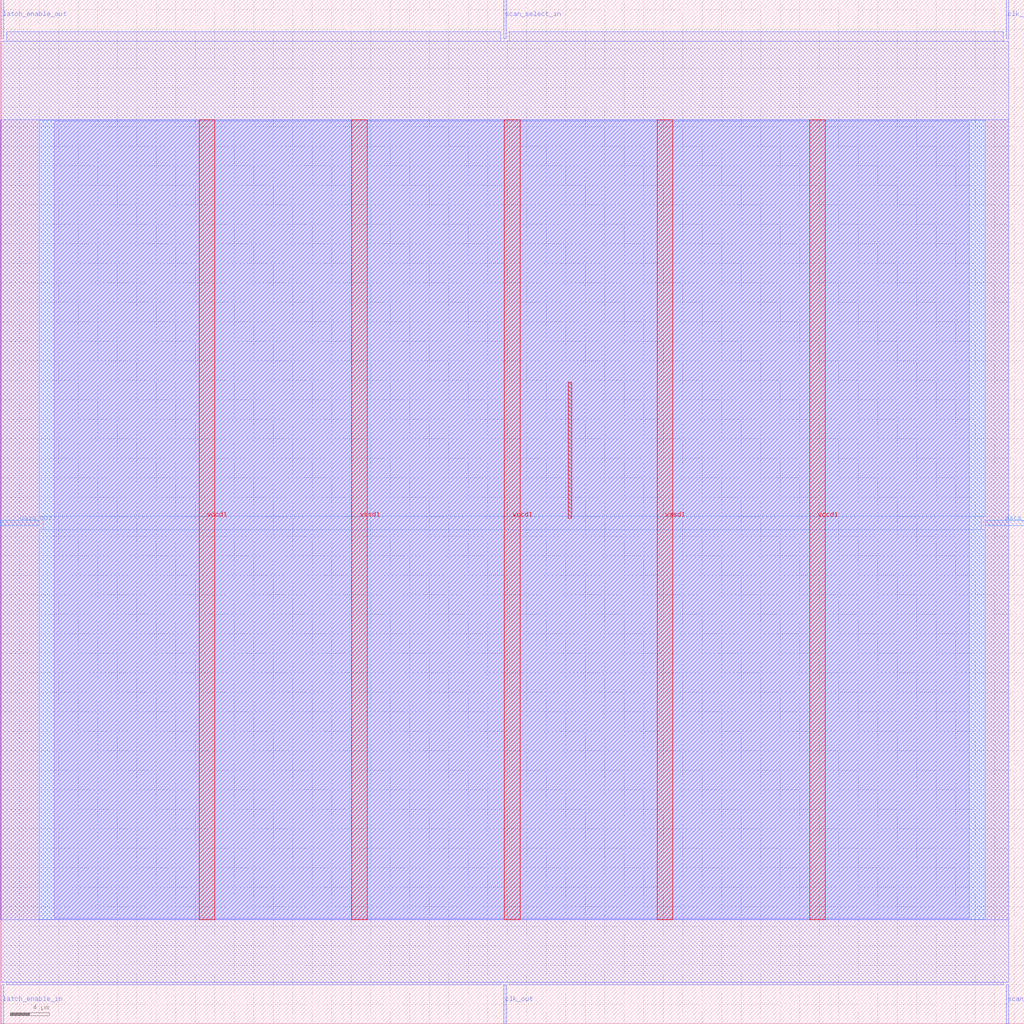
<source format=lef>
VERSION 5.7 ;
  NOWIREEXTENSIONATPIN ON ;
  DIVIDERCHAR "/" ;
  BUSBITCHARS "[]" ;
MACRO scan_wrapper_341178154799333971
  CLASS BLOCK ;
  FOREIGN scan_wrapper_341178154799333971 ;
  ORIGIN 0.000 0.000 ;
  SIZE 105.000 BY 105.000 ;
  PIN clk_in
    DIRECTION INPUT ;
    USE SIGNAL ;
    PORT
      LAYER met2 ;
        RECT 103.130 101.000 103.410 105.000 ;
    END
  END clk_in
  PIN clk_out
    DIRECTION OUTPUT TRISTATE ;
    USE SIGNAL ;
    PORT
      LAYER met2 ;
        RECT 51.610 0.000 51.890 4.000 ;
    END
  END clk_out
  PIN data_in
    DIRECTION INPUT ;
    USE SIGNAL ;
    PORT
      LAYER met3 ;
        RECT 101.000 51.040 105.000 51.640 ;
    END
  END data_in
  PIN data_out
    DIRECTION OUTPUT TRISTATE ;
    USE SIGNAL ;
    PORT
      LAYER met3 ;
        RECT 0.000 51.040 4.000 51.640 ;
    END
  END data_out
  PIN latch_enable_in
    DIRECTION INPUT ;
    USE SIGNAL ;
    PORT
      LAYER met2 ;
        RECT 0.090 0.000 0.370 4.000 ;
    END
  END latch_enable_in
  PIN latch_enable_out
    DIRECTION OUTPUT TRISTATE ;
    USE SIGNAL ;
    PORT
      LAYER met2 ;
        RECT 0.090 101.000 0.370 105.000 ;
    END
  END latch_enable_out
  PIN scan_select_in
    DIRECTION INPUT ;
    USE SIGNAL ;
    PORT
      LAYER met2 ;
        RECT 51.610 101.000 51.890 105.000 ;
    END
  END scan_select_in
  PIN scan_select_out
    DIRECTION OUTPUT TRISTATE ;
    USE SIGNAL ;
    PORT
      LAYER met2 ;
        RECT 103.130 0.000 103.410 4.000 ;
    END
  END scan_select_out
  PIN vccd1
    DIRECTION INPUT ;
    USE POWER ;
    PORT
      LAYER met4 ;
        RECT 20.380 10.640 21.980 92.720 ;
    END
    PORT
      LAYER met4 ;
        RECT 51.700 10.640 53.300 92.720 ;
    END
    PORT
      LAYER met4 ;
        RECT 83.020 10.640 84.620 92.720 ;
    END
  END vccd1
  PIN vssd1
    DIRECTION INPUT ;
    USE GROUND ;
    PORT
      LAYER met4 ;
        RECT 36.040 10.640 37.640 92.720 ;
    END
    PORT
      LAYER met4 ;
        RECT 67.360 10.640 68.960 92.720 ;
    END
  END vssd1
  OBS
      LAYER li1 ;
        RECT 5.520 10.795 99.360 92.565 ;
      LAYER met1 ;
        RECT 0.070 10.640 103.430 92.720 ;
      LAYER met2 ;
        RECT 0.650 100.720 51.330 101.730 ;
        RECT 52.170 100.720 102.850 101.730 ;
        RECT 0.100 4.280 103.400 100.720 ;
        RECT 0.650 4.000 51.330 4.280 ;
        RECT 52.170 4.000 102.850 4.280 ;
      LAYER met3 ;
        RECT 4.000 52.040 101.000 92.645 ;
        RECT 4.400 50.640 100.600 52.040 ;
        RECT 4.000 10.715 101.000 50.640 ;
      LAYER met4 ;
        RECT 58.255 51.855 58.585 65.785 ;
  END
END scan_wrapper_341178154799333971
END LIBRARY


</source>
